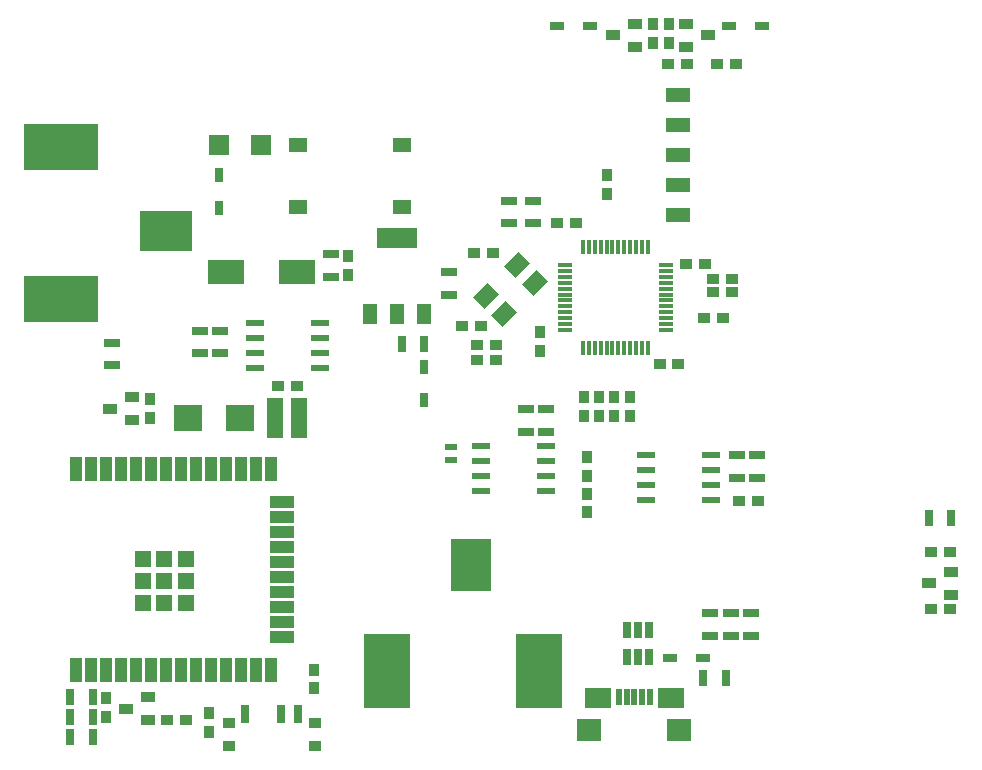
<source format=gtp>
G04*
G04 #@! TF.GenerationSoftware,Altium Limited,Altium Designer,22.2.1 (43)*
G04*
G04 Layer_Color=8421504*
%FSLAX25Y25*%
%MOIN*%
G70*
G04*
G04 #@! TF.SameCoordinates,A0DC7013-DE40-4D07-A028-2F209A2C4820*
G04*
G04*
G04 #@! TF.FilePolarity,Positive*
G04*
G01*
G75*
%ADD21R,0.03150X0.05512*%
%ADD22R,0.04194X0.03494*%
%ADD23R,0.04724X0.03543*%
%ADD24R,0.03494X0.04194*%
%ADD25R,0.03150X0.06299*%
%ADD26R,0.04331X0.03543*%
%ADD27R,0.05630X0.05630*%
%ADD28R,0.03937X0.08268*%
%ADD29R,0.08268X0.03937*%
%ADD30R,0.17717X0.13386*%
%ADD31R,0.24803X0.15748*%
%ADD32R,0.05512X0.03150*%
%ADD33R,0.09252X0.08740*%
%ADD34R,0.06299X0.02362*%
%ADD35R,0.05512X0.13780*%
%ADD36R,0.13386X0.17717*%
%ADD37R,0.15748X0.24803*%
%ADD38R,0.07874X0.07480*%
%ADD39R,0.08661X0.06693*%
%ADD40R,0.01968X0.05709*%
%ADD41R,0.08268X0.04724*%
%ADD42R,0.04528X0.02559*%
%ADD43R,0.02559X0.04528*%
%ADD44R,0.06693X0.06693*%
%ADD45R,0.12205X0.08268*%
%ADD46R,0.05118X0.06693*%
%ADD47R,0.13386X0.06693*%
%ADD48R,0.02756X0.05748*%
G04:AMPARAMS|DCode=49|XSize=66.93mil|YSize=53.15mil|CornerRadius=0mil|HoleSize=0mil|Usage=FLASHONLY|Rotation=225.000|XOffset=0mil|YOffset=0mil|HoleType=Round|Shape=Rectangle|*
%AMROTATEDRECTD49*
4,1,4,0.00487,0.04245,0.04245,0.00487,-0.00487,-0.04245,-0.04245,-0.00487,0.00487,0.04245,0.0*
%
%ADD49ROTATEDRECTD49*%

%ADD50R,0.06496X0.05118*%
%ADD51R,0.01575X0.05118*%
%ADD52R,0.05118X0.01575*%
%ADD53R,0.04331X0.02362*%
D21*
X317126Y79134D02*
D03*
X324606D02*
D03*
X30906Y6299D02*
D03*
X38386D02*
D03*
X30906Y12992D02*
D03*
X38386D02*
D03*
X30906Y19685D02*
D03*
X38386D02*
D03*
X141339Y137402D02*
D03*
X148819D02*
D03*
X249409Y25787D02*
D03*
X241929D02*
D03*
D22*
X317716Y67913D02*
D03*
X324016D02*
D03*
X317716Y48819D02*
D03*
X324016D02*
D03*
X69489Y12008D02*
D03*
X63189D02*
D03*
X100000Y123228D02*
D03*
X106300D02*
D03*
X252756Y230709D02*
D03*
X246456D02*
D03*
X236437D02*
D03*
X230137D02*
D03*
X253937Y85039D02*
D03*
X260237D02*
D03*
X236220Y163779D02*
D03*
X242520D02*
D03*
X245275Y158893D02*
D03*
X251575D02*
D03*
X245275Y154493D02*
D03*
X251575D02*
D03*
X242126Y145866D02*
D03*
X248426D02*
D03*
X227315Y130516D02*
D03*
X233615D02*
D03*
X166535Y131764D02*
D03*
X172835D02*
D03*
X166534Y137008D02*
D03*
X172834D02*
D03*
X161416Y143307D02*
D03*
X167717D02*
D03*
X165354Y167717D02*
D03*
X171653D02*
D03*
X199430Y177457D02*
D03*
X193130D02*
D03*
D23*
X324587Y53740D02*
D03*
Y61221D02*
D03*
X317146Y57480D02*
D03*
X56870Y12008D02*
D03*
Y19488D02*
D03*
X49429Y15748D02*
D03*
X44094Y115748D02*
D03*
X51535Y119488D02*
D03*
Y112008D02*
D03*
X236043Y243898D02*
D03*
Y236417D02*
D03*
X243484Y240158D02*
D03*
X219291Y236417D02*
D03*
Y243898D02*
D03*
X211850Y240158D02*
D03*
D24*
X112205Y22441D02*
D03*
Y28741D02*
D03*
X77165Y14174D02*
D03*
Y7874D02*
D03*
X42913Y19292D02*
D03*
Y12992D02*
D03*
X57480Y118898D02*
D03*
Y112598D02*
D03*
X230315Y237598D02*
D03*
Y243898D02*
D03*
X225020D02*
D03*
Y237598D02*
D03*
X123622Y160236D02*
D03*
Y166536D02*
D03*
X203150Y87402D02*
D03*
Y81102D02*
D03*
Y93307D02*
D03*
Y99607D02*
D03*
X217323Y119685D02*
D03*
Y113385D02*
D03*
X212205D02*
D03*
Y119685D02*
D03*
X207087Y113385D02*
D03*
Y119685D02*
D03*
X201969Y113385D02*
D03*
Y119685D02*
D03*
X187402Y141142D02*
D03*
Y134842D02*
D03*
X209646Y193505D02*
D03*
Y187205D02*
D03*
D25*
X89173Y13976D02*
D03*
X100984D02*
D03*
X106890D02*
D03*
D26*
X112402Y11024D02*
D03*
X83661D02*
D03*
X112402Y3150D02*
D03*
X83661D02*
D03*
D27*
X69429Y65492D02*
D03*
Y58268D02*
D03*
Y51043D02*
D03*
X62205Y65492D02*
D03*
Y58268D02*
D03*
Y51043D02*
D03*
X54980Y65492D02*
D03*
Y58268D02*
D03*
Y51043D02*
D03*
D28*
X32677Y95669D02*
D03*
X37677D02*
D03*
X42677D02*
D03*
X47677D02*
D03*
X52677D02*
D03*
X57677D02*
D03*
X62677D02*
D03*
X67677D02*
D03*
X72677D02*
D03*
X77677D02*
D03*
X82677D02*
D03*
X87677D02*
D03*
X92677D02*
D03*
X97677D02*
D03*
Y28740D02*
D03*
X92677D02*
D03*
X87677D02*
D03*
X82677D02*
D03*
X77677D02*
D03*
X72677D02*
D03*
X67677D02*
D03*
X62677D02*
D03*
X57677D02*
D03*
X52677D02*
D03*
X47677D02*
D03*
X42677D02*
D03*
X37677D02*
D03*
X32677D02*
D03*
D29*
X101614Y84705D02*
D03*
Y79705D02*
D03*
Y74705D02*
D03*
Y69705D02*
D03*
Y64705D02*
D03*
Y59705D02*
D03*
Y54705D02*
D03*
Y49705D02*
D03*
Y44705D02*
D03*
Y39705D02*
D03*
D30*
X62894Y175000D02*
D03*
D31*
X27657Y152165D02*
D03*
Y202953D02*
D03*
D32*
X44882Y137598D02*
D03*
Y130118D02*
D03*
X80709Y141732D02*
D03*
Y134252D02*
D03*
X74016Y141732D02*
D03*
Y134252D02*
D03*
X117717Y167126D02*
D03*
Y159646D02*
D03*
X189370Y115551D02*
D03*
Y108071D02*
D03*
X182677Y115551D02*
D03*
Y108071D02*
D03*
X244291Y39961D02*
D03*
Y47441D02*
D03*
X250984Y39961D02*
D03*
Y47441D02*
D03*
X257677Y39961D02*
D03*
Y47441D02*
D03*
X259842Y92716D02*
D03*
Y100197D02*
D03*
X253150Y92716D02*
D03*
Y100197D02*
D03*
X157283Y153740D02*
D03*
Y161221D02*
D03*
X176969Y177457D02*
D03*
Y184937D02*
D03*
X185272Y177457D02*
D03*
Y184937D02*
D03*
D33*
X70197Y112598D02*
D03*
X87402D02*
D03*
D34*
X92323Y129114D02*
D03*
Y134114D02*
D03*
Y139114D02*
D03*
Y144114D02*
D03*
X113976D02*
D03*
Y139114D02*
D03*
Y134114D02*
D03*
Y129114D02*
D03*
X189567Y103169D02*
D03*
Y98169D02*
D03*
Y93169D02*
D03*
Y88169D02*
D03*
X167913D02*
D03*
Y93169D02*
D03*
Y98169D02*
D03*
Y103169D02*
D03*
X244488Y100157D02*
D03*
Y95157D02*
D03*
Y90158D02*
D03*
Y85158D02*
D03*
X222835D02*
D03*
Y90158D02*
D03*
Y95157D02*
D03*
Y100157D02*
D03*
D35*
X99016Y112598D02*
D03*
X107283D02*
D03*
D36*
X164370Y63583D02*
D03*
D37*
X187205Y28346D02*
D03*
X136417D02*
D03*
D38*
X233858Y8465D02*
D03*
X203937D02*
D03*
D39*
X231102Y19203D02*
D03*
X206693D02*
D03*
D40*
X213779Y19685D02*
D03*
X216339D02*
D03*
X218898D02*
D03*
X221457D02*
D03*
X224016D02*
D03*
D41*
X233465Y220394D02*
D03*
Y210394D02*
D03*
Y200394D02*
D03*
Y190394D02*
D03*
Y180394D02*
D03*
D42*
X250394Y243307D02*
D03*
X261417D02*
D03*
X204153D02*
D03*
X193130D02*
D03*
X230906Y32677D02*
D03*
X241929D02*
D03*
D43*
X80315Y182677D02*
D03*
Y193701D02*
D03*
X148819Y129528D02*
D03*
Y118504D02*
D03*
D44*
X80315Y203543D02*
D03*
X94488D02*
D03*
D45*
X82677Y161417D02*
D03*
X106299D02*
D03*
D46*
X130709Y147244D02*
D03*
X139764D02*
D03*
X148819D02*
D03*
D47*
X139764Y172441D02*
D03*
D48*
X223917Y32776D02*
D03*
X220177D02*
D03*
X216437D02*
D03*
Y42028D02*
D03*
X220177D02*
D03*
X223917D02*
D03*
D49*
X179647Y163724D02*
D03*
X169347Y153424D02*
D03*
X185772Y157600D02*
D03*
X175471Y147299D02*
D03*
D50*
X141339Y183051D02*
D03*
Y203563D02*
D03*
X106693Y183051D02*
D03*
Y203563D02*
D03*
D51*
X201772Y169488D02*
D03*
X203740D02*
D03*
X205709D02*
D03*
X207677D02*
D03*
X209646D02*
D03*
X211614D02*
D03*
X213583D02*
D03*
X215551D02*
D03*
X217520D02*
D03*
X219488D02*
D03*
X221457D02*
D03*
X223425D02*
D03*
Y136024D02*
D03*
X221457D02*
D03*
X219488D02*
D03*
X217520D02*
D03*
X215551D02*
D03*
X213583D02*
D03*
X211614D02*
D03*
X209646D02*
D03*
X207677D02*
D03*
X205709D02*
D03*
X203740D02*
D03*
X201772D02*
D03*
D52*
X229331Y163583D02*
D03*
Y161614D02*
D03*
Y159646D02*
D03*
Y157677D02*
D03*
Y155709D02*
D03*
Y153740D02*
D03*
Y151772D02*
D03*
Y149803D02*
D03*
Y147835D02*
D03*
Y145866D02*
D03*
Y143898D02*
D03*
Y141929D02*
D03*
X195866D02*
D03*
Y143898D02*
D03*
Y145866D02*
D03*
Y147835D02*
D03*
Y149803D02*
D03*
Y151772D02*
D03*
Y153740D02*
D03*
Y155709D02*
D03*
Y157677D02*
D03*
Y159646D02*
D03*
Y161614D02*
D03*
Y163583D02*
D03*
D53*
X157874Y102953D02*
D03*
Y98622D02*
D03*
M02*

</source>
